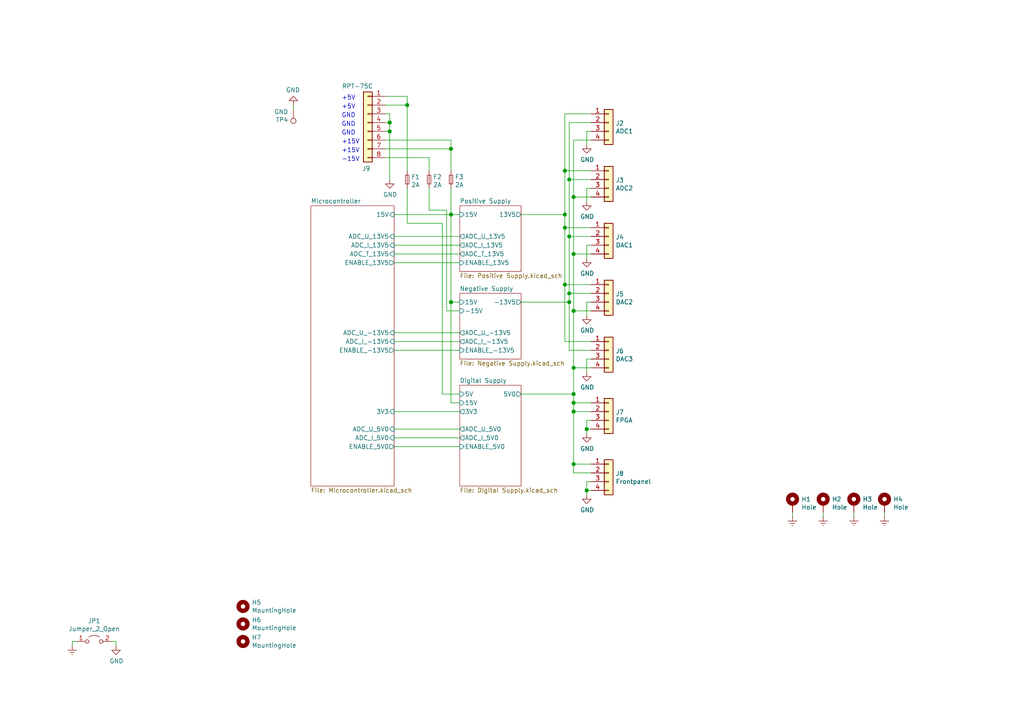
<source format=kicad_sch>
(kicad_sch (version 20211123) (generator eeschema)
  (paper "A4")
  (lib_symbols
    (symbol "Connector:TestPoint" (pin_numbers hide) (pin_names (offset 0.762) hide)
      (property "Reference" "TP" (at 0 6.858 0))
      (property "Value" "TestPoint" (at 0 5.08 0))
      (symbol "TestPoint_0_1"
        (circle (center 0 3.302) (radius 0.762))
      )
      (symbol "TestPoint_1_1"
        (pin passive line (at 0 0 90) (length 2.54) (name "1") (number "1"))
      )
    )
    (symbol "Connector_Generic:Conn_01x04" (pin_names (offset 1.016) hide)
      (property "Reference" "J" (at 0 5.08 0))
      (property "Value" "Conn_01x04" (at 0 -7.62 0))
      (symbol "Conn_01x04_1_1"
        (rectangle (start -1.27 -4.953) (end 0 -5.207) (stroke (width 0.1524)))
        (rectangle (start -1.27 -2.413) (end 0 -2.667) (stroke (width 0.1524)))
        (rectangle (start -1.27 0.127) (end 0 -0.127) (stroke (width 0.1524)))
        (rectangle (start -1.27 2.667) (end 0 2.413) (stroke (width 0.1524)))
        (rectangle (start -1.27 3.81) (end 1.27 -6.35) (stroke (width 0.254)) (fill (type background)))
        (pin passive line (at -5.08 2.54 0) (length 3.81) (name "Pin_1") (number "1"))
        (pin passive line (at -5.08 0 0) (length 3.81) (name "Pin_2") (number "2"))
        (pin passive line (at -5.08 -2.54 0) (length 3.81) (name "Pin_3") (number "3"))
        (pin passive line (at -5.08 -5.08 0) (length 3.81) (name "Pin_4") (number "4"))
      )
    )
    (symbol "Connector_Generic:Conn_01x08" (pin_names (offset 1.016) hide)
      (property "Reference" "J" (at 0 10.16 0))
      (property "Value" "Conn_01x08" (at 0 -12.7 0))
      (symbol "Conn_01x08_1_1"
        (rectangle (start -1.27 -10.033) (end 0 -10.287) (stroke (width 0.1524)))
        (rectangle (start -1.27 -7.493) (end 0 -7.747) (stroke (width 0.1524)))
        (rectangle (start -1.27 -4.953) (end 0 -5.207) (stroke (width 0.1524)))
        (rectangle (start -1.27 -2.413) (end 0 -2.667) (stroke (width 0.1524)))
        (rectangle (start -1.27 0.127) (end 0 -0.127) (stroke (width 0.1524)))
        (rectangle (start -1.27 2.667) (end 0 2.413) (stroke (width 0.1524)))
        (rectangle (start -1.27 5.207) (end 0 4.953) (stroke (width 0.1524)))
        (rectangle (start -1.27 7.747) (end 0 7.493) (stroke (width 0.1524)))
        (rectangle (start -1.27 8.89) (end 1.27 -11.43) (stroke (width 0.254)) (fill (type background)))
        (pin passive line (at -5.08 7.62 0) (length 3.81) (name "Pin_1") (number "1"))
        (pin passive line (at -5.08 5.08 0) (length 3.81) (name "Pin_2") (number "2"))
        (pin passive line (at -5.08 2.54 0) (length 3.81) (name "Pin_3") (number "3"))
        (pin passive line (at -5.08 0 0) (length 3.81) (name "Pin_4") (number "4"))
        (pin passive line (at -5.08 -2.54 0) (length 3.81) (name "Pin_5") (number "5"))
        (pin passive line (at -5.08 -5.08 0) (length 3.81) (name "Pin_6") (number "6"))
        (pin passive line (at -5.08 -7.62 0) (length 3.81) (name "Pin_7") (number "7"))
        (pin passive line (at -5.08 -10.16 0) (length 3.81) (name "Pin_8") (number "8"))
      )
    )
    (symbol "Device:Fuse_Small" (pin_numbers hide) (pin_names (offset 0.254) hide)
      (property "Reference" "F" (at 0 -1.524 0))
      (property "Value" "Fuse_Small" (at 0 1.524 0))
      (symbol "Fuse_Small_0_1"
        (rectangle (start -1.27 0.508) (end 1.27 -0.508))
        (polyline (pts (xy -1.27 0) (xy 1.27 0)))
      )
      (symbol "Fuse_Small_1_1"
        (pin passive line (at -2.54 0 0) (length 1.27) (name "~") (number "1"))
        (pin passive line (at 2.54 0 180) (length 1.27) (name "~") (number "2"))
      )
    )
    (symbol "Jumper:Jumper_2_Open" (pin_names (offset 0) hide)
      (property "Reference" "JP" (at 0 2.794 0))
      (property "Value" "Jumper_2_Open" (at 0 -2.286 0))
      (symbol "Jumper_2_Open_0_0"
        (circle (center -2.032 0) (radius 0.508))
        (circle (center 2.032 0) (radius 0.508))
      )
      (symbol "Jumper_2_Open_0_1"
        (arc (start 1.524 1.27) (mid 0 1.778) (end -1.524 1.27))
      )
      (symbol "Jumper_2_Open_1_1"
        (pin passive line (at -5.08 0 0) (length 2.54) (name "A") (number "1"))
        (pin passive line (at 5.08 0 180) (length 2.54) (name "B") (number "2"))
      )
    )
    (symbol "Mechanical:MountingHole" (pin_names (offset 1.016))
      (property "Reference" "H" (at 0 5.08 0))
      (property "Value" "MountingHole" (at 0 3.175 0))
      (symbol "MountingHole_0_1"
        (circle (center 0 0) (radius 1.27) (stroke (width 1.27)))
      )
    )
    (symbol "Mechanical:MountingHole_Pad" (pin_numbers hide) (pin_names (offset 1.016) hide)
      (property "Reference" "H" (at 0 6.35 0))
      (property "Value" "MountingHole_Pad" (at 0 4.445 0))
      (symbol "MountingHole_Pad_0_1"
        (circle (center 0 1.27) (radius 1.27) (stroke (width 1.27)))
      )
      (symbol "MountingHole_Pad_1_1"
        (pin input line (at 0 -2.54 90) (length 2.54) (name "1") (number "1"))
      )
    )
    (symbol "power:Earth" (power) (pin_names (offset 0))
      (symbol "Earth_0_1"
        (polyline (pts (xy -0.635 -1.905) (xy 0.635 -1.905)))
        (polyline (pts (xy -0.127 -2.54) (xy 0.127 -2.54)))
        (polyline (pts (xy 0 -1.27) (xy 0 0)))
        (polyline (pts (xy 1.27 -1.27) (xy -1.27 -1.27)))
      )
      (symbol "Earth_1_1"
        (pin power_in line (at 0 0 270) (length 0) hide (name "Earth") (number "1"))
      )
    )
    (symbol "power:GND" (power) (pin_names (offset 0))
      (property "Value" "GND" (at 0 -3.81 0))
      (symbol "GND_0_1"
        (polyline (pts (xy 0 0) (xy 0 -1.27) (xy 1.27 -1.27) (xy 0 -2.54) (xy -1.27 -1.27) (xy 0 -1.27)))
      )
      (symbol "GND_1_1"
        (pin power_in line (at 0 0 270) (length 0) hide (name "GND") (number "1"))
      )
    )
  )
  (junction (at 118.11 30.48) (diameter 1.016))
  (junction (at 163.83 66.04) (diameter 1.016))
  (junction (at 113.03 35.56) (diameter 1.016))
  (junction (at 166.37 114.3) (diameter 1.016))
  (junction (at 130.81 87.63) (diameter 1.016))
  (junction (at 166.37 106.68) (diameter 1.016))
  (junction (at 166.37 57.15) (diameter 1.016))
  (junction (at 166.37 134.62) (diameter 1.016))
  (junction (at 165.1 52.07) (diameter 1.016))
  (junction (at 163.83 82.55) (diameter 1.016))
  (junction (at 163.83 62.23) (diameter 1.016))
  (junction (at 165.1 68.58) (diameter 1.016))
  (junction (at 163.83 49.53) (diameter 1.016))
  (junction (at 113.03 38.1) (diameter 1.016))
  (junction (at 130.81 43.18) (diameter 1.016))
  (junction (at 130.81 62.23) (diameter 1.016))
  (junction (at 166.37 90.17) (diameter 1.016))
  (junction (at 166.37 116.84) (diameter 1.016))
  (junction (at 165.1 85.09) (diameter 1.016))
  (junction (at 166.37 73.66) (diameter 1.016))
  (junction (at 170.18 142.24) (diameter 1.016))
  (junction (at 170.18 124.46) (diameter 1.016))
  (junction (at 165.1 87.63) (diameter 1.016))
  (junction (at 166.37 119.38) (diameter 1.016))
  (wire (pts (xy 114.3 129.54) (xy 133.35 129.54)))
  (wire (pts (xy 111.76 43.18) (xy 130.81 43.18)))
  (wire (pts (xy 170.18 104.14) (xy 170.18 107.95)))
  (wire (pts (xy 33.655 186.055) (xy 33.655 187.325)))
  (wire (pts (xy 114.3 73.66) (xy 133.35 73.66)))
  (wire (pts (xy 130.81 87.63) (xy 130.81 116.84)))
  (wire (pts (xy 130.81 116.84) (xy 133.35 116.84)))
  (wire (pts (xy 247.65 149.86) (xy 247.65 148.59)))
  (wire (pts (xy 171.45 104.14) (xy 170.18 104.14)))
  (wire (pts (xy 130.81 54.61) (xy 130.81 62.23)))
  (wire (pts (xy 165.1 85.09) (xy 171.45 85.09)))
  (wire (pts (xy 85.09 30.48) (xy 85.09 31.75)))
  (wire (pts (xy 163.83 99.06) (xy 171.45 99.06)))
  (wire (pts (xy 114.3 124.46) (xy 133.35 124.46)))
  (wire (pts (xy 170.18 38.1) (xy 170.18 41.91)))
  (wire (pts (xy 118.11 27.94) (xy 111.76 27.94)))
  (wire (pts (xy 166.37 116.84) (xy 166.37 114.3)))
  (wire (pts (xy 166.37 116.84) (xy 171.45 116.84)))
  (wire (pts (xy 166.37 57.15) (xy 171.45 57.15)))
  (wire (pts (xy 130.81 40.64) (xy 130.81 43.18)))
  (wire (pts (xy 256.54 149.86) (xy 256.54 148.59)))
  (wire (pts (xy 151.13 62.23) (xy 163.83 62.23)))
  (wire (pts (xy 163.83 33.02) (xy 171.45 33.02)))
  (wire (pts (xy 163.83 49.53) (xy 163.83 33.02)))
  (wire (pts (xy 163.83 62.23) (xy 163.83 49.53)))
  (wire (pts (xy 165.1 68.58) (xy 171.45 68.58)))
  (wire (pts (xy 170.18 54.61) (xy 170.18 58.42)))
  (wire (pts (xy 111.76 35.56) (xy 113.03 35.56)))
  (wire (pts (xy 166.37 134.62) (xy 166.37 119.38)))
  (wire (pts (xy 111.76 45.72) (xy 124.46 45.72)))
  (wire (pts (xy 113.03 38.1) (xy 113.03 52.07)))
  (wire (pts (xy 22.225 186.055) (xy 20.955 186.055)))
  (wire (pts (xy 114.3 68.58) (xy 133.35 68.58)))
  (wire (pts (xy 113.03 33.02) (xy 111.76 33.02)))
  (wire (pts (xy 171.45 71.12) (xy 170.18 71.12)))
  (wire (pts (xy 166.37 106.68) (xy 171.45 106.68)))
  (wire (pts (xy 151.13 114.3) (xy 166.37 114.3)))
  (wire (pts (xy 166.37 40.64) (xy 171.45 40.64)))
  (wire (pts (xy 166.37 57.15) (xy 166.37 40.64)))
  (wire (pts (xy 166.37 73.66) (xy 166.37 57.15)))
  (wire (pts (xy 166.37 90.17) (xy 166.37 73.66)))
  (wire (pts (xy 166.37 106.68) (xy 166.37 90.17)))
  (wire (pts (xy 166.37 114.3) (xy 166.37 106.68)))
  (wire (pts (xy 171.45 54.61) (xy 170.18 54.61)))
  (wire (pts (xy 114.3 101.6) (xy 133.35 101.6)))
  (wire (pts (xy 163.83 66.04) (xy 171.45 66.04)))
  (wire (pts (xy 163.83 82.55) (xy 171.45 82.55)))
  (wire (pts (xy 118.11 30.48) (xy 118.11 49.53)))
  (wire (pts (xy 20.955 187.325) (xy 20.955 186.055)))
  (wire (pts (xy 170.18 139.7) (xy 171.45 139.7)))
  (wire (pts (xy 170.18 121.92) (xy 171.45 121.92)))
  (wire (pts (xy 118.11 64.77) (xy 128.27 64.77)))
  (wire (pts (xy 166.37 90.17) (xy 171.45 90.17)))
  (wire (pts (xy 113.03 38.1) (xy 113.03 35.56)))
  (wire (pts (xy 163.83 49.53) (xy 171.45 49.53)))
  (wire (pts (xy 165.1 101.6) (xy 171.45 101.6)))
  (wire (pts (xy 118.11 30.48) (xy 111.76 30.48)))
  (wire (pts (xy 118.11 27.94) (xy 118.11 30.48)))
  (wire (pts (xy 111.76 38.1) (xy 113.03 38.1)))
  (wire (pts (xy 170.18 142.24) (xy 170.18 139.7)))
  (wire (pts (xy 238.76 149.86) (xy 238.76 148.59)))
  (wire (pts (xy 170.18 71.12) (xy 170.18 74.93)))
  (wire (pts (xy 124.46 54.61) (xy 124.46 60.96)))
  (wire (pts (xy 124.46 60.96) (xy 129.54 60.96)))
  (wire (pts (xy 129.54 60.96) (xy 129.54 90.17)))
  (wire (pts (xy 129.54 90.17) (xy 133.35 90.17)))
  (wire (pts (xy 165.1 52.07) (xy 171.45 52.07)))
  (wire (pts (xy 114.3 62.23) (xy 130.81 62.23)))
  (wire (pts (xy 114.3 119.38) (xy 133.35 119.38)))
  (wire (pts (xy 165.1 35.56) (xy 165.1 52.07)))
  (wire (pts (xy 165.1 52.07) (xy 165.1 68.58)))
  (wire (pts (xy 165.1 68.58) (xy 165.1 85.09)))
  (wire (pts (xy 165.1 85.09) (xy 165.1 87.63)))
  (wire (pts (xy 165.1 87.63) (xy 151.13 87.63)))
  (wire (pts (xy 114.3 96.52) (xy 133.35 96.52)))
  (wire (pts (xy 170.18 124.46) (xy 170.18 121.92)))
  (wire (pts (xy 171.45 87.63) (xy 170.18 87.63)))
  (wire (pts (xy 170.18 143.51) (xy 170.18 142.24)))
  (wire (pts (xy 166.37 134.62) (xy 171.45 134.62)))
  (wire (pts (xy 114.3 76.2) (xy 133.35 76.2)))
  (wire (pts (xy 229.87 149.86) (xy 229.87 148.59)))
  (wire (pts (xy 114.3 127) (xy 133.35 127)))
  (wire (pts (xy 163.83 66.04) (xy 163.83 62.23)))
  (wire (pts (xy 130.81 62.23) (xy 130.81 87.63)))
  (wire (pts (xy 130.81 87.63) (xy 133.35 87.63)))
  (wire (pts (xy 133.35 62.23) (xy 130.81 62.23)))
  (wire (pts (xy 114.3 99.06) (xy 133.35 99.06)))
  (wire (pts (xy 166.37 119.38) (xy 166.37 116.84)))
  (wire (pts (xy 166.37 119.38) (xy 171.45 119.38)))
  (wire (pts (xy 113.03 35.56) (xy 113.03 33.02)))
  (wire (pts (xy 166.37 137.16) (xy 166.37 134.62)))
  (wire (pts (xy 165.1 35.56) (xy 171.45 35.56)))
  (wire (pts (xy 170.18 142.24) (xy 171.45 142.24)))
  (wire (pts (xy 163.83 82.55) (xy 163.83 66.04)))
  (wire (pts (xy 163.83 99.06) (xy 163.83 82.55)))
  (wire (pts (xy 114.3 71.12) (xy 133.35 71.12)))
  (wire (pts (xy 171.45 38.1) (xy 170.18 38.1)))
  (wire (pts (xy 130.81 43.18) (xy 130.81 49.53)))
  (wire (pts (xy 124.46 45.72) (xy 124.46 49.53)))
  (wire (pts (xy 32.385 186.055) (xy 33.655 186.055)))
  (wire (pts (xy 166.37 137.16) (xy 171.45 137.16)))
  (wire (pts (xy 128.27 64.77) (xy 128.27 114.3)))
  (wire (pts (xy 118.11 54.61) (xy 118.11 64.77)))
  (wire (pts (xy 128.27 114.3) (xy 133.35 114.3)))
  (wire (pts (xy 170.18 87.63) (xy 170.18 91.44)))
  (wire (pts (xy 111.76 40.64) (xy 130.81 40.64)))
  (wire (pts (xy 166.37 73.66) (xy 171.45 73.66)))
  (wire (pts (xy 170.18 124.46) (xy 171.45 124.46)))
  (wire (pts (xy 170.18 125.73) (xy 170.18 124.46)))
  (wire (pts (xy 165.1 101.6) (xy 165.1 87.63)))
  (text "+5V" (at 99.06 31.75 0) (effects (font (size 1.27 1.27)) (justify left bottom)))
  (text "GND" (at 99.06 36.83 0) (effects (font (size 1.27 1.27)) (justify left bottom)))
  (text "-15V" (at 99.06 46.99 0) (effects (font (size 1.27 1.27)) (justify left bottom)))
  (text "+5V" (at 99.06 29.21 0) (effects (font (size 1.27 1.27)) (justify left bottom)))
  (text "+15V" (at 99.06 41.91 0) (effects (font (size 1.27 1.27)) (justify left bottom)))
  (text "GND" (at 99.06 39.37 0) (effects (font (size 1.27 1.27)) (justify left bottom)))
  (text "GND" (at 99.06 34.29 0) (effects (font (size 1.27 1.27)) (justify left bottom)))
  (text "+15V" (at 99.06 44.45 0) (effects (font (size 1.27 1.27)) (justify left bottom)))
  (symbol (lib_id "power:GND") (at 170.18 41.91 0) (unit 1)
    (property "Reference" "#PWR0104" (effects hide))
    (property "Value" "GND" (at 170.307 46.3042 0))
  )
  (symbol (lib_id "Mechanical:MountingHole_Pad") (at 229.87 146.05 0) (unit 1)
    (property "Reference" "H1" (at 232.41 144.8054 0) (effects (justify left)))
    (property "Value" "Hole" (at 232.41 147.1168 0) (effects (justify left)))
    (property "Footprint" "MountingHole:MountingHole_3.2mm_M3_DIN965_Pad" (effects hide))
  )
  (symbol (lib_id "power:Earth") (at 229.87 149.86 0) (unit 1)
    (property "Reference" "#PWR0119" (effects hide))
    (property "Value" "Earth" (effects hide))
  )
  (symbol (lib_id "Mechanical:MountingHole_Pad") (at 238.76 146.05 0) (unit 1)
    (property "Reference" "H2" (at 241.3 144.8054 0) (effects (justify left)))
    (property "Value" "Hole" (at 241.3 147.1168 0) (effects (justify left)))
    (property "Footprint" "MountingHole:MountingHole_3.2mm_M3_DIN965_Pad" (effects hide))
  )
  (symbol (lib_id "power:Earth") (at 238.76 149.86 0) (unit 1)
    (property "Reference" "#PWR0120" (effects hide))
    (property "Value" "Earth" (effects hide))
  )
  (symbol (lib_id "Mechanical:MountingHole_Pad") (at 247.65 146.05 0) (unit 1)
    (property "Reference" "H3" (at 250.19 144.8054 0) (effects (justify left)))
    (property "Value" "Hole" (at 250.19 147.1168 0) (effects (justify left)))
    (property "Footprint" "MountingHole:MountingHole_3.2mm_M3_DIN965_Pad" (effects hide))
  )
  (symbol (lib_id "power:Earth") (at 247.65 149.86 0) (unit 1)
    (property "Reference" "#PWR0121" (effects hide))
    (property "Value" "Earth" (effects hide))
  )
  (symbol (lib_id "Mechanical:MountingHole_Pad") (at 256.54 146.05 0) (unit 1)
    (property "Reference" "H4" (at 259.08 144.8054 0) (effects (justify left)))
    (property "Value" "Hole" (at 259.08 147.1168 0) (effects (justify left)))
    (property "Footprint" "MountingHole:MountingHole_3.2mm_M3_DIN965_Pad" (effects hide))
  )
  (symbol (lib_id "power:Earth") (at 256.54 149.86 0) (unit 1)
    (property "Reference" "#PWR0122" (effects hide))
    (property "Value" "Earth" (effects hide))
  )
  (symbol (lib_id "Connector_Generic:Conn_01x04") (at 176.53 119.38 0) (unit 1)
    (property "Reference" "J7" (at 178.562 119.5832 0) (effects (justify left)))
    (property "Value" "FPGA" (at 178.562 121.8946 0) (effects (justify left)))
    (property "Footprint" "Connector_JST:JST_VH_B4P-VH_1x04_P3.96mm_Vertical" (effects hide))
  )
  (symbol (lib_id "power:GND") (at 170.18 125.73 0) (unit 1)
    (property "Reference" "#PWR0128" (effects hide))
    (property "Value" "GND" (at 170.307 130.1242 0))
  )
  (symbol (lib_id "Connector:TestPoint") (at 85.09 31.75 180) (unit 1)
    (property "Reference" "TP4" (at 83.6168 34.7472 0) (effects (justify left)))
    (property "Value" "GND" (at 83.6168 32.4358 0) (effects (justify left)))
    (property "Footprint" "TestPoint:TestPoint_Pad_D2.0mm" (effects hide))
  )
  (symbol (lib_id "power:GND") (at 85.09 30.48 180) (unit 1)
    (property "Reference" "#PWR0130" (effects hide))
    (property "Value" "GND" (at 84.963 26.0858 0))
  )
  (symbol (lib_id "power:Earth") (at 20.955 187.325 0) (unit 1)
    (property "Reference" "#PWR0131" (effects hide))
    (property "Value" "Earth" (effects hide))
  )
  (symbol (lib_id "power:GND") (at 33.655 187.325 0) (unit 1)
    (property "Reference" "#PWR0132" (effects hide))
    (property "Value" "GND" (at 33.782 191.7192 0))
  )
  (symbol (lib_id "Jumper:Jumper_2_Open") (at 27.305 186.055 0) (unit 1)
    (property "Reference" "JP1" (at 27.305 180.086 0))
    (property "Value" "Jumper_2_Open" (at 27.305 182.3974 0))
    (property "Footprint" "Jumper:SolderJumper-2_P1.3mm_Open_RoundedPad1.0x1.5mm" (effects hide))
  )
  (symbol (lib_id "Connector_Generic:Conn_01x08") (at 106.68 35.56 0) (mirror y) (unit 1)
    (property "Reference" "J9" (at 106.2228 48.895 0))
    (property "Value" "RPT-75C" (at 103.6828 24.9936 0))
    (property "Footprint" "Connector_JST:JST_VH_B8P-VH_1x08_P3.96mm_Vertical" (effects hide))
  )
  (symbol (lib_id "power:GND") (at 113.03 52.07 0) (unit 1)
    (property "Reference" "#PWR0144" (effects hide))
    (property "Value" "GND" (at 113.157 56.4642 0))
  )
  (symbol (lib_id "Mechanical:MountingHole") (at 70.485 186.055 0) (unit 1)
    (property "Reference" "H7" (at 73.025 184.8866 0) (effects (justify left)))
    (property "Value" "MountingHole" (at 73.025 187.198 0) (effects (justify left)))
    (property "Footprint" "MountingHole:MountingHole_JLCPCB" (effects hide))
  )
  (symbol (lib_id "Mechanical:MountingHole") (at 70.485 180.975 0) (unit 1)
    (property "Reference" "H6" (at 73.025 179.8066 0) (effects (justify left)))
    (property "Value" "MountingHole" (at 73.025 182.118 0) (effects (justify left)))
    (property "Footprint" "MountingHole:MountingHole_JLCPCB" (effects hide))
  )
  (symbol (lib_id "Mechanical:MountingHole") (at 70.485 175.895 0) (unit 1)
    (property "Reference" "H5" (at 73.025 174.7266 0) (effects (justify left)))
    (property "Value" "MountingHole" (at 73.025 177.038 0) (effects (justify left)))
    (property "Footprint" "MountingHole:MountingHole_JLCPCB" (effects hide))
  )
  (symbol (lib_id "Connector_Generic:Conn_01x04") (at 176.53 35.56 0) (unit 1)
    (property "Reference" "J2" (at 178.562 35.7632 0) (effects (justify left)))
    (property "Value" "ADC1" (at 178.562 38.0746 0) (effects (justify left)))
    (property "Footprint" "Connector_JST:JST_VH_B4P-VH_1x04_P3.96mm_Vertical" (effects hide))
  )
  (symbol (lib_id "power:GND") (at 170.18 58.42 0) (unit 1)
    (property "Reference" "#PWR0115" (effects hide))
    (property "Value" "GND" (at 170.307 62.8142 0))
  )
  (symbol (lib_id "Connector_Generic:Conn_01x04") (at 176.53 52.07 0) (unit 1)
    (property "Reference" "J3" (at 178.562 52.2732 0) (effects (justify left)))
    (property "Value" "ADC2" (at 178.562 54.5846 0) (effects (justify left)))
    (property "Footprint" "Connector_JST:JST_VH_B4P-VH_1x04_P3.96mm_Vertical" (effects hide))
  )
  (symbol (lib_id "power:GND") (at 170.18 74.93 0) (unit 1)
    (property "Reference" "#PWR0116" (effects hide))
    (property "Value" "GND" (at 170.307 79.3242 0))
  )
  (symbol (lib_id "Connector_Generic:Conn_01x04") (at 176.53 68.58 0) (unit 1)
    (property "Reference" "J4" (at 178.562 68.7832 0) (effects (justify left)))
    (property "Value" "DAC1" (at 178.562 71.0946 0) (effects (justify left)))
    (property "Footprint" "Connector_JST:JST_VH_B4P-VH_1x04_P3.96mm_Vertical" (effects hide))
  )
  (symbol (lib_id "power:GND") (at 170.18 91.44 0) (unit 1)
    (property "Reference" "#PWR0117" (effects hide))
    (property "Value" "GND" (at 170.307 95.8342 0))
  )
  (symbol (lib_id "Connector_Generic:Conn_01x04") (at 176.53 85.09 0) (unit 1)
    (property "Reference" "J5" (at 178.562 85.2932 0) (effects (justify left)))
    (property "Value" "DAC2" (at 178.562 87.6046 0) (effects (justify left)))
    (property "Footprint" "Connector_JST:JST_VH_B4P-VH_1x04_P3.96mm_Vertical" (effects hide))
  )
  (symbol (lib_id "power:GND") (at 170.18 107.95 0) (unit 1)
    (property "Reference" "#PWR0118" (effects hide))
    (property "Value" "GND" (at 170.307 112.3442 0))
  )
  (symbol (lib_id "Connector_Generic:Conn_01x04") (at 176.53 101.6 0) (unit 1)
    (property "Reference" "J6" (at 178.562 101.8032 0) (effects (justify left)))
    (property "Value" "DAC3" (at 178.562 104.1146 0) (effects (justify left)))
    (property "Footprint" "Connector_JST:JST_VH_B4P-VH_1x04_P3.96mm_Vertical" (effects hide))
  )
  (symbol (lib_id "Device:Fuse_Small") (at 124.46 52.07 90) (unit 1)
    (property "Reference" "F2" (at 125.6031 51.3091 90) (effects (justify right)))
    (property "Value" "2A" (at 125.6031 53.6078 90) (effects (justify right)))
    (property "Footprint" "Fuse:Fuse_0603_1608Metric_Pad1.05x0.95mm_HandSolder" (effects hide))
    (property "LCSC" "C187605" (effects hide))
  )
  (symbol (lib_id "Device:Fuse_Small") (at 130.81 52.07 90) (unit 1)
    (property "Reference" "F3" (at 131.9531 51.3091 90) (effects (justify right)))
    (property "Value" "2A" (at 131.9531 53.6078 90) (effects (justify right)))
    (property "Footprint" "Fuse:Fuse_0603_1608Metric_Pad1.05x0.95mm_HandSolder" (effects hide))
    (property "LCSC" "C187605" (effects hide))
  )
  (symbol (lib_id "Device:Fuse_Small") (at 118.11 52.07 90) (unit 1)
    (property "Reference" "F1" (at 119.2531 51.3091 90) (effects (justify right)))
    (property "Value" "2A" (at 119.2531 53.6078 90) (effects (justify right)))
    (property "Footprint" "Fuse:Fuse_0603_1608Metric_Pad1.05x0.95mm_HandSolder" (effects hide))
    (property "LCSC" "C187605" (effects hide))
  )
  (symbol (lib_id "Connector_Generic:Conn_01x04") (at 176.53 137.16 0) (unit 1)
    (property "Reference" "J8" (at 178.562 137.3632 0) (effects (justify left)))
    (property "Value" "Frontpanel" (at 178.562 139.6746 0) (effects (justify left)))
    (property "Footprint" "Connector_JST:JST_VH_B4P-VH_1x04_P3.96mm_Vertical" (effects hide))
  )
  (symbol (lib_id "power:GND") (at 170.18 143.51 0) (unit 1)
    (property "Reference" "#PWR0126" (effects hide))
    (property "Value" "GND" (at 170.307 147.9042 0))
  )
  (sheet (at 133.35 59.69) (size 17.78 19.05) (stroke (width 0.0006))
    (property "Sheet name" "Positive Supply" (at 133.35 59.0543 0) (effects (justify left bottom)))
    (property "Sheet file" "Positive Supply.kicad_sch" (at 133.35 79.2487 0) (effects (justify left top)))
    (pin "ADC_I_13V5" output (at 133.35 71.12 180))
    (pin "15V" input (at 133.35 62.23 180))
    (pin "ENABLE_13V5" input (at 133.35 76.2 180))
    (pin "13V5" output (at 151.13 62.23 0))
    (pin "ADC_U_13V5" output (at 133.35 68.58 180))
    (pin "ADC_T_13V5" output (at 133.35 73.66 180))
  )
  (sheet (at 133.35 111.76) (size 17.78 29.21) (stroke (width 0.0006))
    (property "Sheet name" "Digital Supply" (at 133.35 111.1243 0) (effects (justify left bottom)))
    (property "Sheet file" "Digital Supply.kicad_sch" (at 133.35 141.4787 0) (effects (justify left top)))
    (pin "5V" input (at 133.35 114.3 180))
    (pin "5V0" output (at 151.13 114.3 0))
    (pin "15V" input (at 133.35 116.84 180))
    (pin "ADC_U_5V0" output (at 133.35 124.46 180))
    (pin "ADC_I_5V0" output (at 133.35 127 180))
    (pin "3V3" output (at 133.35 119.38 180))
    (pin "ENABLE_5V0" input (at 133.35 129.54 180))
  )
  (sheet (at 133.35 85.09) (size 17.78 19.05) (stroke (width 0.0006))
    (property "Sheet name" "Negative Supply" (at 133.35 84.4543 0) (effects (justify left bottom)))
    (property "Sheet file" "Negative Supply.kicad_sch" (at 133.35 104.6487 0) (effects (justify left top)))
    (pin "-15V" input (at 133.35 90.17 180))
    (pin "15V" input (at 133.35 87.63 180))
    (pin "ENABLE_-13V5" input (at 133.35 101.6 180))
    (pin "-13V5" output (at 151.13 87.63 0))
    (pin "ADC_U_-13V5" output (at 133.35 96.52 180))
    (pin "ADC_I_-13V5" output (at 133.35 99.06 180))
  )
  (sheet (at 90.17 59.69) (size 24.13 81.28) (stroke (width 0.0006))
    (property "Sheet name" "Microcontroller" (at 90.17 59.0543 0) (effects (justify left bottom)))
    (property "Sheet file" "Microcontroller.kicad_sch" (at 90.17 141.4787 0) (effects (justify left top)))
    (pin "ADC_I_13V5" input (at 114.3 71.12 0))
    (pin "ADC_U_13V5" input (at 114.3 68.58 0))
    (pin "ADC_I_-13V5" input (at 114.3 99.06 0))
    (pin "ADC_U_-13V5" input (at 114.3 96.52 0))
    (pin "ADC_T_13V5" input (at 114.3 73.66 0))
    (pin "ENABLE_-13V5" output (at 114.3 101.6 0))
    (pin "ENABLE_13V5" output (at 114.3 76.2 0))
    (pin "ADC_U_5V0" input (at 114.3 124.46 0))
    (pin "15V" input (at 114.3 62.23 0))
    (pin "ENABLE_5V0" output (at 114.3 129.54 0))
    (pin "3V3" input (at 114.3 119.38 0))
    (pin "ADC_I_5V0" input (at 114.3 127 0))
  )
)
</source>
